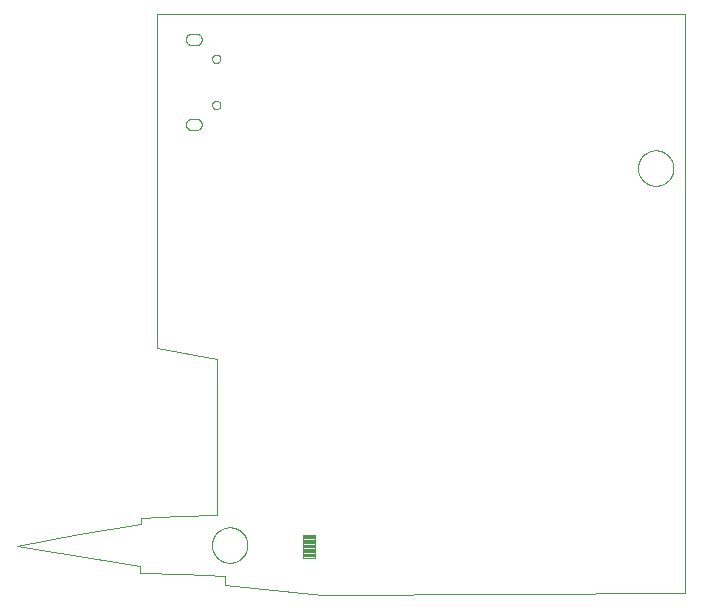
<source format=gbp>
G75*
%MOIN*%
%OFA0B0*%
%FSLAX25Y25*%
%IPPOS*%
%LPD*%
%AMOC8*
5,1,8,0,0,1.08239X$1,22.5*
%
%ADD10C,0.00000*%
%ADD11C,0.00450*%
D10*
X0005457Y0022435D02*
X0026291Y0026394D01*
X0046791Y0030019D01*
X0046860Y0031852D01*
X0046930Y0032019D01*
X0059694Y0032505D01*
X0072124Y0032991D01*
X0072100Y0032985D02*
X0072125Y0058990D01*
X0072124Y0058963D02*
X0072124Y0084935D01*
X0052124Y0088685D01*
X0052124Y0199797D01*
X0228374Y0199797D01*
X0228374Y0006741D01*
X0167819Y0006394D01*
X0107263Y0006047D01*
X0074902Y0009419D01*
X0074902Y0012574D01*
X0060805Y0013130D01*
X0046707Y0013685D01*
X0046707Y0015908D01*
X0005457Y0022435D01*
X0070553Y0022850D02*
X0070555Y0023003D01*
X0070561Y0023157D01*
X0070571Y0023310D01*
X0070585Y0023462D01*
X0070603Y0023615D01*
X0070625Y0023766D01*
X0070650Y0023917D01*
X0070680Y0024068D01*
X0070714Y0024218D01*
X0070751Y0024366D01*
X0070792Y0024514D01*
X0070837Y0024660D01*
X0070886Y0024806D01*
X0070939Y0024950D01*
X0070995Y0025092D01*
X0071055Y0025233D01*
X0071119Y0025373D01*
X0071186Y0025511D01*
X0071257Y0025647D01*
X0071332Y0025781D01*
X0071409Y0025913D01*
X0071491Y0026043D01*
X0071575Y0026171D01*
X0071663Y0026297D01*
X0071754Y0026420D01*
X0071848Y0026541D01*
X0071946Y0026659D01*
X0072046Y0026775D01*
X0072150Y0026888D01*
X0072256Y0026999D01*
X0072365Y0027107D01*
X0072477Y0027212D01*
X0072591Y0027313D01*
X0072709Y0027412D01*
X0072828Y0027508D01*
X0072950Y0027601D01*
X0073075Y0027690D01*
X0073202Y0027777D01*
X0073331Y0027859D01*
X0073462Y0027939D01*
X0073595Y0028015D01*
X0073730Y0028088D01*
X0073867Y0028157D01*
X0074006Y0028222D01*
X0074146Y0028284D01*
X0074288Y0028342D01*
X0074431Y0028397D01*
X0074576Y0028448D01*
X0074722Y0028495D01*
X0074869Y0028538D01*
X0075017Y0028577D01*
X0075166Y0028613D01*
X0075316Y0028644D01*
X0075467Y0028672D01*
X0075618Y0028696D01*
X0075771Y0028716D01*
X0075923Y0028732D01*
X0076076Y0028744D01*
X0076229Y0028752D01*
X0076382Y0028756D01*
X0076536Y0028756D01*
X0076689Y0028752D01*
X0076842Y0028744D01*
X0076995Y0028732D01*
X0077147Y0028716D01*
X0077300Y0028696D01*
X0077451Y0028672D01*
X0077602Y0028644D01*
X0077752Y0028613D01*
X0077901Y0028577D01*
X0078049Y0028538D01*
X0078196Y0028495D01*
X0078342Y0028448D01*
X0078487Y0028397D01*
X0078630Y0028342D01*
X0078772Y0028284D01*
X0078912Y0028222D01*
X0079051Y0028157D01*
X0079188Y0028088D01*
X0079323Y0028015D01*
X0079456Y0027939D01*
X0079587Y0027859D01*
X0079716Y0027777D01*
X0079843Y0027690D01*
X0079968Y0027601D01*
X0080090Y0027508D01*
X0080209Y0027412D01*
X0080327Y0027313D01*
X0080441Y0027212D01*
X0080553Y0027107D01*
X0080662Y0026999D01*
X0080768Y0026888D01*
X0080872Y0026775D01*
X0080972Y0026659D01*
X0081070Y0026541D01*
X0081164Y0026420D01*
X0081255Y0026297D01*
X0081343Y0026171D01*
X0081427Y0026043D01*
X0081509Y0025913D01*
X0081586Y0025781D01*
X0081661Y0025647D01*
X0081732Y0025511D01*
X0081799Y0025373D01*
X0081863Y0025233D01*
X0081923Y0025092D01*
X0081979Y0024950D01*
X0082032Y0024806D01*
X0082081Y0024660D01*
X0082126Y0024514D01*
X0082167Y0024366D01*
X0082204Y0024218D01*
X0082238Y0024068D01*
X0082268Y0023917D01*
X0082293Y0023766D01*
X0082315Y0023615D01*
X0082333Y0023462D01*
X0082347Y0023310D01*
X0082357Y0023157D01*
X0082363Y0023003D01*
X0082365Y0022850D01*
X0082363Y0022697D01*
X0082357Y0022543D01*
X0082347Y0022390D01*
X0082333Y0022238D01*
X0082315Y0022085D01*
X0082293Y0021934D01*
X0082268Y0021783D01*
X0082238Y0021632D01*
X0082204Y0021482D01*
X0082167Y0021334D01*
X0082126Y0021186D01*
X0082081Y0021040D01*
X0082032Y0020894D01*
X0081979Y0020750D01*
X0081923Y0020608D01*
X0081863Y0020467D01*
X0081799Y0020327D01*
X0081732Y0020189D01*
X0081661Y0020053D01*
X0081586Y0019919D01*
X0081509Y0019787D01*
X0081427Y0019657D01*
X0081343Y0019529D01*
X0081255Y0019403D01*
X0081164Y0019280D01*
X0081070Y0019159D01*
X0080972Y0019041D01*
X0080872Y0018925D01*
X0080768Y0018812D01*
X0080662Y0018701D01*
X0080553Y0018593D01*
X0080441Y0018488D01*
X0080327Y0018387D01*
X0080209Y0018288D01*
X0080090Y0018192D01*
X0079968Y0018099D01*
X0079843Y0018010D01*
X0079716Y0017923D01*
X0079587Y0017841D01*
X0079456Y0017761D01*
X0079323Y0017685D01*
X0079188Y0017612D01*
X0079051Y0017543D01*
X0078912Y0017478D01*
X0078772Y0017416D01*
X0078630Y0017358D01*
X0078487Y0017303D01*
X0078342Y0017252D01*
X0078196Y0017205D01*
X0078049Y0017162D01*
X0077901Y0017123D01*
X0077752Y0017087D01*
X0077602Y0017056D01*
X0077451Y0017028D01*
X0077300Y0017004D01*
X0077147Y0016984D01*
X0076995Y0016968D01*
X0076842Y0016956D01*
X0076689Y0016948D01*
X0076536Y0016944D01*
X0076382Y0016944D01*
X0076229Y0016948D01*
X0076076Y0016956D01*
X0075923Y0016968D01*
X0075771Y0016984D01*
X0075618Y0017004D01*
X0075467Y0017028D01*
X0075316Y0017056D01*
X0075166Y0017087D01*
X0075017Y0017123D01*
X0074869Y0017162D01*
X0074722Y0017205D01*
X0074576Y0017252D01*
X0074431Y0017303D01*
X0074288Y0017358D01*
X0074146Y0017416D01*
X0074006Y0017478D01*
X0073867Y0017543D01*
X0073730Y0017612D01*
X0073595Y0017685D01*
X0073462Y0017761D01*
X0073331Y0017841D01*
X0073202Y0017923D01*
X0073075Y0018010D01*
X0072950Y0018099D01*
X0072828Y0018192D01*
X0072709Y0018288D01*
X0072591Y0018387D01*
X0072477Y0018488D01*
X0072365Y0018593D01*
X0072256Y0018701D01*
X0072150Y0018812D01*
X0072046Y0018925D01*
X0071946Y0019041D01*
X0071848Y0019159D01*
X0071754Y0019280D01*
X0071663Y0019403D01*
X0071575Y0019529D01*
X0071491Y0019657D01*
X0071409Y0019787D01*
X0071332Y0019919D01*
X0071257Y0020053D01*
X0071186Y0020189D01*
X0071119Y0020327D01*
X0071055Y0020467D01*
X0070995Y0020608D01*
X0070939Y0020750D01*
X0070886Y0020894D01*
X0070837Y0021040D01*
X0070792Y0021186D01*
X0070751Y0021334D01*
X0070714Y0021482D01*
X0070680Y0021632D01*
X0070650Y0021783D01*
X0070625Y0021934D01*
X0070603Y0022085D01*
X0070585Y0022238D01*
X0070571Y0022390D01*
X0070561Y0022543D01*
X0070555Y0022697D01*
X0070553Y0022850D01*
X0212539Y0148504D02*
X0212541Y0148657D01*
X0212547Y0148811D01*
X0212557Y0148964D01*
X0212571Y0149116D01*
X0212589Y0149269D01*
X0212611Y0149420D01*
X0212636Y0149571D01*
X0212666Y0149722D01*
X0212700Y0149872D01*
X0212737Y0150020D01*
X0212778Y0150168D01*
X0212823Y0150314D01*
X0212872Y0150460D01*
X0212925Y0150604D01*
X0212981Y0150746D01*
X0213041Y0150887D01*
X0213105Y0151027D01*
X0213172Y0151165D01*
X0213243Y0151301D01*
X0213318Y0151435D01*
X0213395Y0151567D01*
X0213477Y0151697D01*
X0213561Y0151825D01*
X0213649Y0151951D01*
X0213740Y0152074D01*
X0213834Y0152195D01*
X0213932Y0152313D01*
X0214032Y0152429D01*
X0214136Y0152542D01*
X0214242Y0152653D01*
X0214351Y0152761D01*
X0214463Y0152866D01*
X0214577Y0152967D01*
X0214695Y0153066D01*
X0214814Y0153162D01*
X0214936Y0153255D01*
X0215061Y0153344D01*
X0215188Y0153431D01*
X0215317Y0153513D01*
X0215448Y0153593D01*
X0215581Y0153669D01*
X0215716Y0153742D01*
X0215853Y0153811D01*
X0215992Y0153876D01*
X0216132Y0153938D01*
X0216274Y0153996D01*
X0216417Y0154051D01*
X0216562Y0154102D01*
X0216708Y0154149D01*
X0216855Y0154192D01*
X0217003Y0154231D01*
X0217152Y0154267D01*
X0217302Y0154298D01*
X0217453Y0154326D01*
X0217604Y0154350D01*
X0217757Y0154370D01*
X0217909Y0154386D01*
X0218062Y0154398D01*
X0218215Y0154406D01*
X0218368Y0154410D01*
X0218522Y0154410D01*
X0218675Y0154406D01*
X0218828Y0154398D01*
X0218981Y0154386D01*
X0219133Y0154370D01*
X0219286Y0154350D01*
X0219437Y0154326D01*
X0219588Y0154298D01*
X0219738Y0154267D01*
X0219887Y0154231D01*
X0220035Y0154192D01*
X0220182Y0154149D01*
X0220328Y0154102D01*
X0220473Y0154051D01*
X0220616Y0153996D01*
X0220758Y0153938D01*
X0220898Y0153876D01*
X0221037Y0153811D01*
X0221174Y0153742D01*
X0221309Y0153669D01*
X0221442Y0153593D01*
X0221573Y0153513D01*
X0221702Y0153431D01*
X0221829Y0153344D01*
X0221954Y0153255D01*
X0222076Y0153162D01*
X0222195Y0153066D01*
X0222313Y0152967D01*
X0222427Y0152866D01*
X0222539Y0152761D01*
X0222648Y0152653D01*
X0222754Y0152542D01*
X0222858Y0152429D01*
X0222958Y0152313D01*
X0223056Y0152195D01*
X0223150Y0152074D01*
X0223241Y0151951D01*
X0223329Y0151825D01*
X0223413Y0151697D01*
X0223495Y0151567D01*
X0223572Y0151435D01*
X0223647Y0151301D01*
X0223718Y0151165D01*
X0223785Y0151027D01*
X0223849Y0150887D01*
X0223909Y0150746D01*
X0223965Y0150604D01*
X0224018Y0150460D01*
X0224067Y0150314D01*
X0224112Y0150168D01*
X0224153Y0150020D01*
X0224190Y0149872D01*
X0224224Y0149722D01*
X0224254Y0149571D01*
X0224279Y0149420D01*
X0224301Y0149269D01*
X0224319Y0149116D01*
X0224333Y0148964D01*
X0224343Y0148811D01*
X0224349Y0148657D01*
X0224351Y0148504D01*
X0224349Y0148351D01*
X0224343Y0148197D01*
X0224333Y0148044D01*
X0224319Y0147892D01*
X0224301Y0147739D01*
X0224279Y0147588D01*
X0224254Y0147437D01*
X0224224Y0147286D01*
X0224190Y0147136D01*
X0224153Y0146988D01*
X0224112Y0146840D01*
X0224067Y0146694D01*
X0224018Y0146548D01*
X0223965Y0146404D01*
X0223909Y0146262D01*
X0223849Y0146121D01*
X0223785Y0145981D01*
X0223718Y0145843D01*
X0223647Y0145707D01*
X0223572Y0145573D01*
X0223495Y0145441D01*
X0223413Y0145311D01*
X0223329Y0145183D01*
X0223241Y0145057D01*
X0223150Y0144934D01*
X0223056Y0144813D01*
X0222958Y0144695D01*
X0222858Y0144579D01*
X0222754Y0144466D01*
X0222648Y0144355D01*
X0222539Y0144247D01*
X0222427Y0144142D01*
X0222313Y0144041D01*
X0222195Y0143942D01*
X0222076Y0143846D01*
X0221954Y0143753D01*
X0221829Y0143664D01*
X0221702Y0143577D01*
X0221573Y0143495D01*
X0221442Y0143415D01*
X0221309Y0143339D01*
X0221174Y0143266D01*
X0221037Y0143197D01*
X0220898Y0143132D01*
X0220758Y0143070D01*
X0220616Y0143012D01*
X0220473Y0142957D01*
X0220328Y0142906D01*
X0220182Y0142859D01*
X0220035Y0142816D01*
X0219887Y0142777D01*
X0219738Y0142741D01*
X0219588Y0142710D01*
X0219437Y0142682D01*
X0219286Y0142658D01*
X0219133Y0142638D01*
X0218981Y0142622D01*
X0218828Y0142610D01*
X0218675Y0142602D01*
X0218522Y0142598D01*
X0218368Y0142598D01*
X0218215Y0142602D01*
X0218062Y0142610D01*
X0217909Y0142622D01*
X0217757Y0142638D01*
X0217604Y0142658D01*
X0217453Y0142682D01*
X0217302Y0142710D01*
X0217152Y0142741D01*
X0217003Y0142777D01*
X0216855Y0142816D01*
X0216708Y0142859D01*
X0216562Y0142906D01*
X0216417Y0142957D01*
X0216274Y0143012D01*
X0216132Y0143070D01*
X0215992Y0143132D01*
X0215853Y0143197D01*
X0215716Y0143266D01*
X0215581Y0143339D01*
X0215448Y0143415D01*
X0215317Y0143495D01*
X0215188Y0143577D01*
X0215061Y0143664D01*
X0214936Y0143753D01*
X0214814Y0143846D01*
X0214695Y0143942D01*
X0214577Y0144041D01*
X0214463Y0144142D01*
X0214351Y0144247D01*
X0214242Y0144355D01*
X0214136Y0144466D01*
X0214032Y0144579D01*
X0213932Y0144695D01*
X0213834Y0144813D01*
X0213740Y0144934D01*
X0213649Y0145057D01*
X0213561Y0145183D01*
X0213477Y0145311D01*
X0213395Y0145441D01*
X0213318Y0145573D01*
X0213243Y0145707D01*
X0213172Y0145843D01*
X0213105Y0145981D01*
X0213041Y0146121D01*
X0212981Y0146262D01*
X0212925Y0146404D01*
X0212872Y0146548D01*
X0212823Y0146694D01*
X0212778Y0146840D01*
X0212737Y0146988D01*
X0212700Y0147136D01*
X0212666Y0147286D01*
X0212636Y0147437D01*
X0212611Y0147588D01*
X0212589Y0147739D01*
X0212571Y0147892D01*
X0212557Y0148044D01*
X0212547Y0148197D01*
X0212541Y0148351D01*
X0212539Y0148504D01*
X0070603Y0169543D02*
X0070605Y0169617D01*
X0070611Y0169691D01*
X0070621Y0169764D01*
X0070635Y0169837D01*
X0070652Y0169909D01*
X0070674Y0169979D01*
X0070699Y0170049D01*
X0070728Y0170117D01*
X0070761Y0170183D01*
X0070797Y0170248D01*
X0070837Y0170310D01*
X0070879Y0170371D01*
X0070925Y0170429D01*
X0070974Y0170484D01*
X0071026Y0170537D01*
X0071081Y0170587D01*
X0071138Y0170633D01*
X0071198Y0170677D01*
X0071260Y0170717D01*
X0071324Y0170754D01*
X0071390Y0170788D01*
X0071458Y0170818D01*
X0071527Y0170844D01*
X0071598Y0170867D01*
X0071669Y0170885D01*
X0071742Y0170900D01*
X0071815Y0170911D01*
X0071889Y0170918D01*
X0071963Y0170921D01*
X0072036Y0170920D01*
X0072110Y0170915D01*
X0072184Y0170906D01*
X0072257Y0170893D01*
X0072329Y0170876D01*
X0072400Y0170856D01*
X0072470Y0170831D01*
X0072538Y0170803D01*
X0072605Y0170772D01*
X0072670Y0170736D01*
X0072733Y0170698D01*
X0072794Y0170656D01*
X0072853Y0170610D01*
X0072909Y0170562D01*
X0072962Y0170511D01*
X0073012Y0170457D01*
X0073060Y0170400D01*
X0073104Y0170341D01*
X0073146Y0170279D01*
X0073184Y0170216D01*
X0073218Y0170150D01*
X0073249Y0170083D01*
X0073276Y0170014D01*
X0073299Y0169944D01*
X0073319Y0169873D01*
X0073335Y0169800D01*
X0073347Y0169727D01*
X0073355Y0169654D01*
X0073359Y0169580D01*
X0073359Y0169506D01*
X0073355Y0169432D01*
X0073347Y0169359D01*
X0073335Y0169286D01*
X0073319Y0169213D01*
X0073299Y0169142D01*
X0073276Y0169072D01*
X0073249Y0169003D01*
X0073218Y0168936D01*
X0073184Y0168870D01*
X0073146Y0168807D01*
X0073104Y0168745D01*
X0073060Y0168686D01*
X0073012Y0168629D01*
X0072962Y0168575D01*
X0072909Y0168524D01*
X0072853Y0168476D01*
X0072794Y0168430D01*
X0072733Y0168388D01*
X0072670Y0168350D01*
X0072605Y0168314D01*
X0072538Y0168283D01*
X0072470Y0168255D01*
X0072400Y0168230D01*
X0072329Y0168210D01*
X0072257Y0168193D01*
X0072184Y0168180D01*
X0072110Y0168171D01*
X0072036Y0168166D01*
X0071963Y0168165D01*
X0071889Y0168168D01*
X0071815Y0168175D01*
X0071742Y0168186D01*
X0071669Y0168201D01*
X0071598Y0168219D01*
X0071527Y0168242D01*
X0071458Y0168268D01*
X0071390Y0168298D01*
X0071324Y0168332D01*
X0071260Y0168369D01*
X0071198Y0168409D01*
X0071138Y0168453D01*
X0071081Y0168499D01*
X0071026Y0168549D01*
X0070974Y0168602D01*
X0070925Y0168657D01*
X0070879Y0168715D01*
X0070837Y0168776D01*
X0070797Y0168838D01*
X0070761Y0168903D01*
X0070728Y0168969D01*
X0070699Y0169037D01*
X0070674Y0169107D01*
X0070652Y0169177D01*
X0070635Y0169249D01*
X0070621Y0169322D01*
X0070611Y0169395D01*
X0070605Y0169469D01*
X0070603Y0169543D01*
X0065681Y0164819D02*
X0063319Y0164819D01*
X0063242Y0164807D01*
X0063166Y0164792D01*
X0063090Y0164773D01*
X0063016Y0164750D01*
X0062942Y0164724D01*
X0062871Y0164694D01*
X0062800Y0164660D01*
X0062732Y0164624D01*
X0062665Y0164583D01*
X0062600Y0164540D01*
X0062538Y0164494D01*
X0062477Y0164444D01*
X0062420Y0164392D01*
X0062365Y0164336D01*
X0062313Y0164279D01*
X0062263Y0164218D01*
X0062217Y0164156D01*
X0062174Y0164091D01*
X0062134Y0164024D01*
X0062097Y0163955D01*
X0062064Y0163885D01*
X0062034Y0163813D01*
X0062008Y0163739D01*
X0061986Y0163665D01*
X0061967Y0163589D01*
X0061952Y0163513D01*
X0061941Y0163436D01*
X0061933Y0163358D01*
X0061929Y0163280D01*
X0061930Y0163202D01*
X0061933Y0163125D01*
X0061941Y0163047D01*
X0061941Y0163048D02*
X0061933Y0162970D01*
X0061930Y0162893D01*
X0061929Y0162815D01*
X0061933Y0162737D01*
X0061941Y0162659D01*
X0061952Y0162582D01*
X0061967Y0162506D01*
X0061986Y0162430D01*
X0062008Y0162356D01*
X0062034Y0162282D01*
X0062064Y0162210D01*
X0062097Y0162140D01*
X0062134Y0162071D01*
X0062174Y0162004D01*
X0062217Y0161939D01*
X0062263Y0161877D01*
X0062313Y0161816D01*
X0062365Y0161759D01*
X0062420Y0161703D01*
X0062477Y0161651D01*
X0062538Y0161601D01*
X0062600Y0161555D01*
X0062665Y0161512D01*
X0062732Y0161471D01*
X0062800Y0161435D01*
X0062871Y0161401D01*
X0062942Y0161371D01*
X0063016Y0161345D01*
X0063090Y0161322D01*
X0063166Y0161303D01*
X0063242Y0161288D01*
X0063319Y0161276D01*
X0065681Y0161276D01*
X0065682Y0161276D02*
X0065759Y0161288D01*
X0065835Y0161303D01*
X0065911Y0161322D01*
X0065985Y0161345D01*
X0066059Y0161371D01*
X0066130Y0161401D01*
X0066201Y0161435D01*
X0066269Y0161471D01*
X0066336Y0161512D01*
X0066401Y0161555D01*
X0066463Y0161601D01*
X0066524Y0161651D01*
X0066581Y0161703D01*
X0066636Y0161759D01*
X0066688Y0161816D01*
X0066738Y0161877D01*
X0066784Y0161939D01*
X0066827Y0162004D01*
X0066867Y0162071D01*
X0066904Y0162140D01*
X0066937Y0162210D01*
X0066967Y0162282D01*
X0066993Y0162356D01*
X0067015Y0162430D01*
X0067034Y0162506D01*
X0067049Y0162582D01*
X0067060Y0162659D01*
X0067068Y0162737D01*
X0067072Y0162815D01*
X0067071Y0162893D01*
X0067068Y0162970D01*
X0067060Y0163048D01*
X0067060Y0163047D02*
X0067068Y0163125D01*
X0067071Y0163202D01*
X0067072Y0163280D01*
X0067068Y0163358D01*
X0067060Y0163436D01*
X0067049Y0163513D01*
X0067034Y0163589D01*
X0067015Y0163665D01*
X0066993Y0163739D01*
X0066967Y0163813D01*
X0066937Y0163885D01*
X0066904Y0163955D01*
X0066867Y0164024D01*
X0066827Y0164091D01*
X0066784Y0164156D01*
X0066738Y0164218D01*
X0066688Y0164279D01*
X0066636Y0164336D01*
X0066581Y0164392D01*
X0066524Y0164444D01*
X0066463Y0164494D01*
X0066401Y0164540D01*
X0066336Y0164583D01*
X0066269Y0164624D01*
X0066201Y0164660D01*
X0066130Y0164694D01*
X0066059Y0164724D01*
X0065985Y0164750D01*
X0065911Y0164773D01*
X0065835Y0164792D01*
X0065759Y0164807D01*
X0065682Y0164819D01*
X0070603Y0184898D02*
X0070605Y0184972D01*
X0070611Y0185046D01*
X0070621Y0185119D01*
X0070635Y0185192D01*
X0070652Y0185264D01*
X0070674Y0185334D01*
X0070699Y0185404D01*
X0070728Y0185472D01*
X0070761Y0185538D01*
X0070797Y0185603D01*
X0070837Y0185665D01*
X0070879Y0185726D01*
X0070925Y0185784D01*
X0070974Y0185839D01*
X0071026Y0185892D01*
X0071081Y0185942D01*
X0071138Y0185988D01*
X0071198Y0186032D01*
X0071260Y0186072D01*
X0071324Y0186109D01*
X0071390Y0186143D01*
X0071458Y0186173D01*
X0071527Y0186199D01*
X0071598Y0186222D01*
X0071669Y0186240D01*
X0071742Y0186255D01*
X0071815Y0186266D01*
X0071889Y0186273D01*
X0071963Y0186276D01*
X0072036Y0186275D01*
X0072110Y0186270D01*
X0072184Y0186261D01*
X0072257Y0186248D01*
X0072329Y0186231D01*
X0072400Y0186211D01*
X0072470Y0186186D01*
X0072538Y0186158D01*
X0072605Y0186127D01*
X0072670Y0186091D01*
X0072733Y0186053D01*
X0072794Y0186011D01*
X0072853Y0185965D01*
X0072909Y0185917D01*
X0072962Y0185866D01*
X0073012Y0185812D01*
X0073060Y0185755D01*
X0073104Y0185696D01*
X0073146Y0185634D01*
X0073184Y0185571D01*
X0073218Y0185505D01*
X0073249Y0185438D01*
X0073276Y0185369D01*
X0073299Y0185299D01*
X0073319Y0185228D01*
X0073335Y0185155D01*
X0073347Y0185082D01*
X0073355Y0185009D01*
X0073359Y0184935D01*
X0073359Y0184861D01*
X0073355Y0184787D01*
X0073347Y0184714D01*
X0073335Y0184641D01*
X0073319Y0184568D01*
X0073299Y0184497D01*
X0073276Y0184427D01*
X0073249Y0184358D01*
X0073218Y0184291D01*
X0073184Y0184225D01*
X0073146Y0184162D01*
X0073104Y0184100D01*
X0073060Y0184041D01*
X0073012Y0183984D01*
X0072962Y0183930D01*
X0072909Y0183879D01*
X0072853Y0183831D01*
X0072794Y0183785D01*
X0072733Y0183743D01*
X0072670Y0183705D01*
X0072605Y0183669D01*
X0072538Y0183638D01*
X0072470Y0183610D01*
X0072400Y0183585D01*
X0072329Y0183565D01*
X0072257Y0183548D01*
X0072184Y0183535D01*
X0072110Y0183526D01*
X0072036Y0183521D01*
X0071963Y0183520D01*
X0071889Y0183523D01*
X0071815Y0183530D01*
X0071742Y0183541D01*
X0071669Y0183556D01*
X0071598Y0183574D01*
X0071527Y0183597D01*
X0071458Y0183623D01*
X0071390Y0183653D01*
X0071324Y0183687D01*
X0071260Y0183724D01*
X0071198Y0183764D01*
X0071138Y0183808D01*
X0071081Y0183854D01*
X0071026Y0183904D01*
X0070974Y0183957D01*
X0070925Y0184012D01*
X0070879Y0184070D01*
X0070837Y0184131D01*
X0070797Y0184193D01*
X0070761Y0184258D01*
X0070728Y0184324D01*
X0070699Y0184392D01*
X0070674Y0184462D01*
X0070652Y0184532D01*
X0070635Y0184604D01*
X0070621Y0184677D01*
X0070611Y0184750D01*
X0070605Y0184824D01*
X0070603Y0184898D01*
X0065681Y0189622D02*
X0063516Y0189622D01*
X0063442Y0189619D01*
X0063367Y0189620D01*
X0063292Y0189624D01*
X0063217Y0189633D01*
X0063143Y0189645D01*
X0063070Y0189661D01*
X0062997Y0189680D01*
X0062926Y0189703D01*
X0062856Y0189730D01*
X0062787Y0189760D01*
X0062720Y0189794D01*
X0062655Y0189831D01*
X0062592Y0189871D01*
X0062531Y0189914D01*
X0062472Y0189961D01*
X0062416Y0190010D01*
X0062362Y0190062D01*
X0062311Y0190117D01*
X0062262Y0190175D01*
X0062217Y0190234D01*
X0062175Y0190296D01*
X0062136Y0190360D01*
X0062100Y0190426D01*
X0062067Y0190494D01*
X0062038Y0190563D01*
X0062013Y0190634D01*
X0061991Y0190705D01*
X0061973Y0190778D01*
X0061959Y0190852D01*
X0061948Y0190926D01*
X0061941Y0191001D01*
X0061941Y0191000D02*
X0061941Y0191788D01*
X0061941Y0191787D02*
X0061948Y0191862D01*
X0061959Y0191936D01*
X0061973Y0192010D01*
X0061991Y0192083D01*
X0062013Y0192154D01*
X0062038Y0192225D01*
X0062067Y0192294D01*
X0062100Y0192362D01*
X0062136Y0192428D01*
X0062175Y0192492D01*
X0062217Y0192554D01*
X0062262Y0192613D01*
X0062311Y0192671D01*
X0062362Y0192726D01*
X0062416Y0192778D01*
X0062472Y0192827D01*
X0062531Y0192874D01*
X0062592Y0192917D01*
X0062655Y0192957D01*
X0062720Y0192994D01*
X0062787Y0193028D01*
X0062856Y0193058D01*
X0062926Y0193085D01*
X0062997Y0193108D01*
X0063070Y0193127D01*
X0063143Y0193143D01*
X0063217Y0193155D01*
X0063292Y0193164D01*
X0063367Y0193168D01*
X0063442Y0193169D01*
X0063516Y0193166D01*
X0063516Y0193165D02*
X0065681Y0193165D01*
X0065681Y0193166D02*
X0065753Y0193164D01*
X0065825Y0193158D01*
X0065897Y0193149D01*
X0065968Y0193136D01*
X0066038Y0193119D01*
X0066107Y0193099D01*
X0066175Y0193074D01*
X0066241Y0193047D01*
X0066307Y0193016D01*
X0066370Y0192981D01*
X0066432Y0192944D01*
X0066491Y0192903D01*
X0066548Y0192859D01*
X0066603Y0192812D01*
X0066655Y0192762D01*
X0066705Y0192710D01*
X0066752Y0192655D01*
X0066796Y0192598D01*
X0066837Y0192539D01*
X0066874Y0192477D01*
X0066909Y0192414D01*
X0066940Y0192348D01*
X0066967Y0192282D01*
X0066992Y0192214D01*
X0067012Y0192145D01*
X0067029Y0192075D01*
X0067042Y0192004D01*
X0067051Y0191932D01*
X0067057Y0191860D01*
X0067059Y0191788D01*
X0067059Y0191000D01*
X0067057Y0190928D01*
X0067051Y0190856D01*
X0067042Y0190784D01*
X0067029Y0190713D01*
X0067012Y0190643D01*
X0066992Y0190574D01*
X0066967Y0190506D01*
X0066940Y0190440D01*
X0066909Y0190374D01*
X0066874Y0190311D01*
X0066837Y0190249D01*
X0066796Y0190190D01*
X0066752Y0190133D01*
X0066705Y0190078D01*
X0066655Y0190026D01*
X0066603Y0189976D01*
X0066548Y0189929D01*
X0066491Y0189885D01*
X0066432Y0189844D01*
X0066370Y0189807D01*
X0066307Y0189772D01*
X0066241Y0189741D01*
X0066175Y0189714D01*
X0066107Y0189689D01*
X0066038Y0189669D01*
X0065968Y0189652D01*
X0065897Y0189639D01*
X0065825Y0189630D01*
X0065753Y0189624D01*
X0065681Y0189622D01*
D11*
X0100976Y0026223D02*
X0100976Y0018673D01*
X0100976Y0026223D02*
X0105026Y0026223D01*
X0105026Y0018673D01*
X0100976Y0018673D01*
X0100976Y0019100D02*
X0105026Y0019100D01*
X0105026Y0019527D02*
X0100976Y0019527D01*
X0100976Y0019954D02*
X0105026Y0019954D01*
X0105026Y0020381D02*
X0100976Y0020381D01*
X0100976Y0020808D02*
X0105026Y0020808D01*
X0105026Y0021235D02*
X0100976Y0021235D01*
X0100976Y0021662D02*
X0105026Y0021662D01*
X0105026Y0022089D02*
X0100976Y0022089D01*
X0100976Y0022516D02*
X0105026Y0022516D01*
X0105026Y0022943D02*
X0100976Y0022943D01*
X0100976Y0023370D02*
X0105026Y0023370D01*
X0105026Y0023797D02*
X0100976Y0023797D01*
X0100976Y0024224D02*
X0105026Y0024224D01*
X0105026Y0024651D02*
X0100976Y0024651D01*
X0100976Y0025078D02*
X0105026Y0025078D01*
X0105026Y0025505D02*
X0100976Y0025505D01*
X0100976Y0025932D02*
X0105026Y0025932D01*
M02*

</source>
